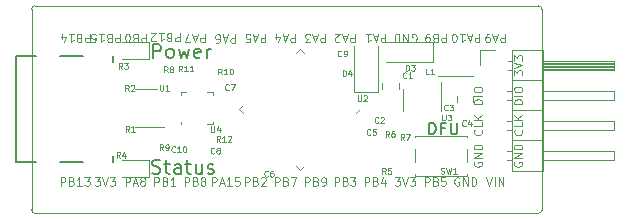
<source format=gto>
G04 #@! TF.GenerationSoftware,KiCad,Pcbnew,5.0.1*
G04 #@! TF.CreationDate,2019-10-17T01:22:15+02:00*
G04 #@! TF.ProjectId,OtterPill,4F7474657250696C6C2E6B696361645F,rev?*
G04 #@! TF.SameCoordinates,Original*
G04 #@! TF.FileFunction,Legend,Top*
G04 #@! TF.FilePolarity,Positive*
%FSLAX46Y46*%
G04 Gerber Fmt 4.6, Leading zero omitted, Abs format (unit mm)*
G04 Created by KiCad (PCBNEW 5.0.1) date Thu 17 Oct 2019 01:22:15 AM CEST*
%MOMM*%
%LPD*%
G01*
G04 APERTURE LIST*
%ADD10C,0.100000*%
%ADD11C,0.150000*%
%ADD12C,0.050000*%
%ADD13C,0.120000*%
G04 APERTURE END LIST*
D10*
X29691666Y-22183333D02*
X29691666Y-22883333D01*
X29425000Y-22883333D01*
X29358333Y-22850000D01*
X29325000Y-22816666D01*
X29291666Y-22750000D01*
X29291666Y-22650000D01*
X29325000Y-22583333D01*
X29358333Y-22550000D01*
X29425000Y-22516666D01*
X29691666Y-22516666D01*
X28758333Y-22550000D02*
X28658333Y-22516666D01*
X28625000Y-22483333D01*
X28591666Y-22416666D01*
X28591666Y-22316666D01*
X28625000Y-22250000D01*
X28658333Y-22216666D01*
X28725000Y-22183333D01*
X28991666Y-22183333D01*
X28991666Y-22883333D01*
X28758333Y-22883333D01*
X28691666Y-22850000D01*
X28658333Y-22816666D01*
X28625000Y-22750000D01*
X28625000Y-22683333D01*
X28658333Y-22616666D01*
X28691666Y-22583333D01*
X28758333Y-22550000D01*
X28991666Y-22550000D01*
X28158333Y-22883333D02*
X28091666Y-22883333D01*
X28025000Y-22850000D01*
X27991666Y-22816666D01*
X27958333Y-22750000D01*
X27925000Y-22616666D01*
X27925000Y-22450000D01*
X27958333Y-22316666D01*
X27991666Y-22250000D01*
X28025000Y-22216666D01*
X28091666Y-22183333D01*
X28158333Y-22183333D01*
X28225000Y-22216666D01*
X28258333Y-22250000D01*
X28291666Y-22316666D01*
X28325000Y-22450000D01*
X28325000Y-22616666D01*
X28291666Y-22750000D01*
X28258333Y-22816666D01*
X28225000Y-22850000D01*
X28158333Y-22883333D01*
X24925000Y-22183333D02*
X24925000Y-22883333D01*
X24658333Y-22883333D01*
X24591666Y-22850000D01*
X24558333Y-22816666D01*
X24525000Y-22750000D01*
X24525000Y-22650000D01*
X24558333Y-22583333D01*
X24591666Y-22550000D01*
X24658333Y-22516666D01*
X24925000Y-22516666D01*
X23991666Y-22550000D02*
X23891666Y-22516666D01*
X23858333Y-22483333D01*
X23825000Y-22416666D01*
X23825000Y-22316666D01*
X23858333Y-22250000D01*
X23891666Y-22216666D01*
X23958333Y-22183333D01*
X24225000Y-22183333D01*
X24225000Y-22883333D01*
X23991666Y-22883333D01*
X23925000Y-22850000D01*
X23891666Y-22816666D01*
X23858333Y-22750000D01*
X23858333Y-22683333D01*
X23891666Y-22616666D01*
X23925000Y-22583333D01*
X23991666Y-22550000D01*
X24225000Y-22550000D01*
X23158333Y-22183333D02*
X23558333Y-22183333D01*
X23358333Y-22183333D02*
X23358333Y-22883333D01*
X23425000Y-22783333D01*
X23491666Y-22716666D01*
X23558333Y-22683333D01*
X22558333Y-22650000D02*
X22558333Y-22183333D01*
X22725000Y-22916666D02*
X22891666Y-22416666D01*
X22458333Y-22416666D01*
X27475000Y-22183333D02*
X27475000Y-22883333D01*
X27208333Y-22883333D01*
X27141666Y-22850000D01*
X27108333Y-22816666D01*
X27075000Y-22750000D01*
X27075000Y-22650000D01*
X27108333Y-22583333D01*
X27141666Y-22550000D01*
X27208333Y-22516666D01*
X27475000Y-22516666D01*
X26541666Y-22550000D02*
X26441666Y-22516666D01*
X26408333Y-22483333D01*
X26375000Y-22416666D01*
X26375000Y-22316666D01*
X26408333Y-22250000D01*
X26441666Y-22216666D01*
X26508333Y-22183333D01*
X26775000Y-22183333D01*
X26775000Y-22883333D01*
X26541666Y-22883333D01*
X26475000Y-22850000D01*
X26441666Y-22816666D01*
X26408333Y-22750000D01*
X26408333Y-22683333D01*
X26441666Y-22616666D01*
X26475000Y-22583333D01*
X26541666Y-22550000D01*
X26775000Y-22550000D01*
X25708333Y-22183333D02*
X26108333Y-22183333D01*
X25908333Y-22183333D02*
X25908333Y-22883333D01*
X25975000Y-22783333D01*
X26041666Y-22716666D01*
X26108333Y-22683333D01*
X25075000Y-22883333D02*
X25408333Y-22883333D01*
X25441666Y-22550000D01*
X25408333Y-22583333D01*
X25341666Y-22616666D01*
X25175000Y-22616666D01*
X25108333Y-22583333D01*
X25075000Y-22550000D01*
X25041666Y-22483333D01*
X25041666Y-22316666D01*
X25075000Y-22250000D01*
X25108333Y-22216666D01*
X25175000Y-22183333D01*
X25341666Y-22183333D01*
X25408333Y-22216666D01*
X25441666Y-22250000D01*
X32550000Y-22133333D02*
X32550000Y-22833333D01*
X32283333Y-22833333D01*
X32216666Y-22800000D01*
X32183333Y-22766666D01*
X32150000Y-22700000D01*
X32150000Y-22600000D01*
X32183333Y-22533333D01*
X32216666Y-22500000D01*
X32283333Y-22466666D01*
X32550000Y-22466666D01*
X31616666Y-22500000D02*
X31516666Y-22466666D01*
X31483333Y-22433333D01*
X31450000Y-22366666D01*
X31450000Y-22266666D01*
X31483333Y-22200000D01*
X31516666Y-22166666D01*
X31583333Y-22133333D01*
X31850000Y-22133333D01*
X31850000Y-22833333D01*
X31616666Y-22833333D01*
X31550000Y-22800000D01*
X31516666Y-22766666D01*
X31483333Y-22700000D01*
X31483333Y-22633333D01*
X31516666Y-22566666D01*
X31550000Y-22533333D01*
X31616666Y-22500000D01*
X31850000Y-22500000D01*
X30783333Y-22133333D02*
X31183333Y-22133333D01*
X30983333Y-22133333D02*
X30983333Y-22833333D01*
X31050000Y-22733333D01*
X31116666Y-22666666D01*
X31183333Y-22633333D01*
X30516666Y-22766666D02*
X30483333Y-22800000D01*
X30416666Y-22833333D01*
X30250000Y-22833333D01*
X30183333Y-22800000D01*
X30150000Y-22766666D01*
X30116666Y-22700000D01*
X30116666Y-22633333D01*
X30150000Y-22533333D01*
X30550000Y-22133333D01*
X30116666Y-22133333D01*
X34666666Y-22183333D02*
X34666666Y-22883333D01*
X34400000Y-22883333D01*
X34333333Y-22850000D01*
X34300000Y-22816666D01*
X34266666Y-22750000D01*
X34266666Y-22650000D01*
X34300000Y-22583333D01*
X34333333Y-22550000D01*
X34400000Y-22516666D01*
X34666666Y-22516666D01*
X34000000Y-22383333D02*
X33666666Y-22383333D01*
X34066666Y-22183333D02*
X33833333Y-22883333D01*
X33600000Y-22183333D01*
X33433333Y-22883333D02*
X32966666Y-22883333D01*
X33266666Y-22183333D01*
X37241666Y-22233333D02*
X37241666Y-22933333D01*
X36975000Y-22933333D01*
X36908333Y-22900000D01*
X36875000Y-22866666D01*
X36841666Y-22800000D01*
X36841666Y-22700000D01*
X36875000Y-22633333D01*
X36908333Y-22600000D01*
X36975000Y-22566666D01*
X37241666Y-22566666D01*
X36575000Y-22433333D02*
X36241666Y-22433333D01*
X36641666Y-22233333D02*
X36408333Y-22933333D01*
X36175000Y-22233333D01*
X35641666Y-22933333D02*
X35775000Y-22933333D01*
X35841666Y-22900000D01*
X35875000Y-22866666D01*
X35941666Y-22766666D01*
X35975000Y-22633333D01*
X35975000Y-22366666D01*
X35941666Y-22300000D01*
X35908333Y-22266666D01*
X35841666Y-22233333D01*
X35708333Y-22233333D01*
X35641666Y-22266666D01*
X35608333Y-22300000D01*
X35575000Y-22366666D01*
X35575000Y-22533333D01*
X35608333Y-22600000D01*
X35641666Y-22633333D01*
X35708333Y-22666666D01*
X35841666Y-22666666D01*
X35908333Y-22633333D01*
X35941666Y-22600000D01*
X35975000Y-22533333D01*
X39791666Y-22183333D02*
X39791666Y-22883333D01*
X39525000Y-22883333D01*
X39458333Y-22850000D01*
X39425000Y-22816666D01*
X39391666Y-22750000D01*
X39391666Y-22650000D01*
X39425000Y-22583333D01*
X39458333Y-22550000D01*
X39525000Y-22516666D01*
X39791666Y-22516666D01*
X39125000Y-22383333D02*
X38791666Y-22383333D01*
X39191666Y-22183333D02*
X38958333Y-22883333D01*
X38725000Y-22183333D01*
X38158333Y-22883333D02*
X38491666Y-22883333D01*
X38525000Y-22550000D01*
X38491666Y-22583333D01*
X38425000Y-22616666D01*
X38258333Y-22616666D01*
X38191666Y-22583333D01*
X38158333Y-22550000D01*
X38125000Y-22483333D01*
X38125000Y-22316666D01*
X38158333Y-22250000D01*
X38191666Y-22216666D01*
X38258333Y-22183333D01*
X38425000Y-22183333D01*
X38491666Y-22216666D01*
X38525000Y-22250000D01*
X42316666Y-22183333D02*
X42316666Y-22883333D01*
X42050000Y-22883333D01*
X41983333Y-22850000D01*
X41950000Y-22816666D01*
X41916666Y-22750000D01*
X41916666Y-22650000D01*
X41950000Y-22583333D01*
X41983333Y-22550000D01*
X42050000Y-22516666D01*
X42316666Y-22516666D01*
X41650000Y-22383333D02*
X41316666Y-22383333D01*
X41716666Y-22183333D02*
X41483333Y-22883333D01*
X41250000Y-22183333D01*
X40716666Y-22650000D02*
X40716666Y-22183333D01*
X40883333Y-22916666D02*
X41050000Y-22416666D01*
X40616666Y-22416666D01*
X44841666Y-22183333D02*
X44841666Y-22883333D01*
X44575000Y-22883333D01*
X44508333Y-22850000D01*
X44475000Y-22816666D01*
X44441666Y-22750000D01*
X44441666Y-22650000D01*
X44475000Y-22583333D01*
X44508333Y-22550000D01*
X44575000Y-22516666D01*
X44841666Y-22516666D01*
X44175000Y-22383333D02*
X43841666Y-22383333D01*
X44241666Y-22183333D02*
X44008333Y-22883333D01*
X43775000Y-22183333D01*
X43608333Y-22883333D02*
X43175000Y-22883333D01*
X43408333Y-22616666D01*
X43308333Y-22616666D01*
X43241666Y-22583333D01*
X43208333Y-22550000D01*
X43175000Y-22483333D01*
X43175000Y-22316666D01*
X43208333Y-22250000D01*
X43241666Y-22216666D01*
X43308333Y-22183333D01*
X43508333Y-22183333D01*
X43575000Y-22216666D01*
X43608333Y-22250000D01*
X47366666Y-22183333D02*
X47366666Y-22883333D01*
X47100000Y-22883333D01*
X47033333Y-22850000D01*
X47000000Y-22816666D01*
X46966666Y-22750000D01*
X46966666Y-22650000D01*
X47000000Y-22583333D01*
X47033333Y-22550000D01*
X47100000Y-22516666D01*
X47366666Y-22516666D01*
X46700000Y-22383333D02*
X46366666Y-22383333D01*
X46766666Y-22183333D02*
X46533333Y-22883333D01*
X46300000Y-22183333D01*
X46100000Y-22816666D02*
X46066666Y-22850000D01*
X46000000Y-22883333D01*
X45833333Y-22883333D01*
X45766666Y-22850000D01*
X45733333Y-22816666D01*
X45700000Y-22750000D01*
X45700000Y-22683333D01*
X45733333Y-22583333D01*
X46133333Y-22183333D01*
X45700000Y-22183333D01*
X49966666Y-22183333D02*
X49966666Y-22883333D01*
X49700000Y-22883333D01*
X49633333Y-22850000D01*
X49600000Y-22816666D01*
X49566666Y-22750000D01*
X49566666Y-22650000D01*
X49600000Y-22583333D01*
X49633333Y-22550000D01*
X49700000Y-22516666D01*
X49966666Y-22516666D01*
X49300000Y-22383333D02*
X48966666Y-22383333D01*
X49366666Y-22183333D02*
X49133333Y-22883333D01*
X48900000Y-22183333D01*
X48300000Y-22183333D02*
X48700000Y-22183333D01*
X48500000Y-22183333D02*
X48500000Y-22883333D01*
X48566666Y-22783333D01*
X48633333Y-22716666D01*
X48700000Y-22683333D01*
X52208333Y-22850000D02*
X52275000Y-22883333D01*
X52375000Y-22883333D01*
X52475000Y-22850000D01*
X52541666Y-22783333D01*
X52575000Y-22716666D01*
X52608333Y-22583333D01*
X52608333Y-22483333D01*
X52575000Y-22350000D01*
X52541666Y-22283333D01*
X52475000Y-22216666D01*
X52375000Y-22183333D01*
X52308333Y-22183333D01*
X52208333Y-22216666D01*
X52175000Y-22250000D01*
X52175000Y-22483333D01*
X52308333Y-22483333D01*
X51875000Y-22183333D02*
X51875000Y-22883333D01*
X51475000Y-22183333D01*
X51475000Y-22883333D01*
X51141666Y-22183333D02*
X51141666Y-22883333D01*
X50975000Y-22883333D01*
X50875000Y-22850000D01*
X50808333Y-22783333D01*
X50775000Y-22716666D01*
X50741666Y-22583333D01*
X50741666Y-22483333D01*
X50775000Y-22350000D01*
X50808333Y-22283333D01*
X50875000Y-22216666D01*
X50975000Y-22183333D01*
X51141666Y-22183333D01*
X55091666Y-22183333D02*
X55091666Y-22883333D01*
X54825000Y-22883333D01*
X54758333Y-22850000D01*
X54725000Y-22816666D01*
X54691666Y-22750000D01*
X54691666Y-22650000D01*
X54725000Y-22583333D01*
X54758333Y-22550000D01*
X54825000Y-22516666D01*
X55091666Y-22516666D01*
X54158333Y-22550000D02*
X54058333Y-22516666D01*
X54025000Y-22483333D01*
X53991666Y-22416666D01*
X53991666Y-22316666D01*
X54025000Y-22250000D01*
X54058333Y-22216666D01*
X54125000Y-22183333D01*
X54391666Y-22183333D01*
X54391666Y-22883333D01*
X54158333Y-22883333D01*
X54091666Y-22850000D01*
X54058333Y-22816666D01*
X54025000Y-22750000D01*
X54025000Y-22683333D01*
X54058333Y-22616666D01*
X54091666Y-22583333D01*
X54158333Y-22550000D01*
X54391666Y-22550000D01*
X53658333Y-22183333D02*
X53525000Y-22183333D01*
X53458333Y-22216666D01*
X53425000Y-22250000D01*
X53358333Y-22350000D01*
X53325000Y-22483333D01*
X53325000Y-22750000D01*
X53358333Y-22816666D01*
X53391666Y-22850000D01*
X53458333Y-22883333D01*
X53591666Y-22883333D01*
X53658333Y-22850000D01*
X53691666Y-22816666D01*
X53725000Y-22750000D01*
X53725000Y-22583333D01*
X53691666Y-22516666D01*
X53658333Y-22483333D01*
X53591666Y-22450000D01*
X53458333Y-22450000D01*
X53391666Y-22483333D01*
X53358333Y-22516666D01*
X53325000Y-22583333D01*
X57925000Y-22183333D02*
X57925000Y-22883333D01*
X57658333Y-22883333D01*
X57591666Y-22850000D01*
X57558333Y-22816666D01*
X57525000Y-22750000D01*
X57525000Y-22650000D01*
X57558333Y-22583333D01*
X57591666Y-22550000D01*
X57658333Y-22516666D01*
X57925000Y-22516666D01*
X57258333Y-22383333D02*
X56925000Y-22383333D01*
X57325000Y-22183333D02*
X57091666Y-22883333D01*
X56858333Y-22183333D01*
X56258333Y-22183333D02*
X56658333Y-22183333D01*
X56458333Y-22183333D02*
X56458333Y-22883333D01*
X56525000Y-22783333D01*
X56591666Y-22716666D01*
X56658333Y-22683333D01*
X55825000Y-22883333D02*
X55758333Y-22883333D01*
X55691666Y-22850000D01*
X55658333Y-22816666D01*
X55625000Y-22750000D01*
X55591666Y-22616666D01*
X55591666Y-22450000D01*
X55625000Y-22316666D01*
X55658333Y-22250000D01*
X55691666Y-22216666D01*
X55758333Y-22183333D01*
X55825000Y-22183333D01*
X55891666Y-22216666D01*
X55925000Y-22250000D01*
X55958333Y-22316666D01*
X55991666Y-22450000D01*
X55991666Y-22616666D01*
X55958333Y-22750000D01*
X55925000Y-22816666D01*
X55891666Y-22850000D01*
X55825000Y-22883333D01*
X60091666Y-22183333D02*
X60091666Y-22883333D01*
X59825000Y-22883333D01*
X59758333Y-22850000D01*
X59725000Y-22816666D01*
X59691666Y-22750000D01*
X59691666Y-22650000D01*
X59725000Y-22583333D01*
X59758333Y-22550000D01*
X59825000Y-22516666D01*
X60091666Y-22516666D01*
X59425000Y-22383333D02*
X59091666Y-22383333D01*
X59491666Y-22183333D02*
X59258333Y-22883333D01*
X59025000Y-22183333D01*
X58758333Y-22183333D02*
X58625000Y-22183333D01*
X58558333Y-22216666D01*
X58525000Y-22250000D01*
X58458333Y-22350000D01*
X58425000Y-22483333D01*
X58425000Y-22750000D01*
X58458333Y-22816666D01*
X58491666Y-22850000D01*
X58558333Y-22883333D01*
X58691666Y-22883333D01*
X58758333Y-22850000D01*
X58791666Y-22816666D01*
X58825000Y-22750000D01*
X58825000Y-22583333D01*
X58791666Y-22516666D01*
X58758333Y-22483333D01*
X58691666Y-22450000D01*
X58558333Y-22450000D01*
X58491666Y-22483333D01*
X58458333Y-22516666D01*
X58425000Y-22583333D01*
X58508333Y-34341666D02*
X58741666Y-35041666D01*
X58975000Y-34341666D01*
X59208333Y-35041666D02*
X59208333Y-34341666D01*
X59541666Y-35041666D02*
X59541666Y-34341666D01*
X59941666Y-35041666D01*
X59941666Y-34341666D01*
X56191666Y-34375000D02*
X56125000Y-34341666D01*
X56025000Y-34341666D01*
X55925000Y-34375000D01*
X55858333Y-34441666D01*
X55825000Y-34508333D01*
X55791666Y-34641666D01*
X55791666Y-34741666D01*
X55825000Y-34875000D01*
X55858333Y-34941666D01*
X55925000Y-35008333D01*
X56025000Y-35041666D01*
X56091666Y-35041666D01*
X56191666Y-35008333D01*
X56225000Y-34975000D01*
X56225000Y-34741666D01*
X56091666Y-34741666D01*
X56525000Y-35041666D02*
X56525000Y-34341666D01*
X56925000Y-35041666D01*
X56925000Y-34341666D01*
X57258333Y-35041666D02*
X57258333Y-34341666D01*
X57425000Y-34341666D01*
X57525000Y-34375000D01*
X57591666Y-34441666D01*
X57625000Y-34508333D01*
X57658333Y-34641666D01*
X57658333Y-34741666D01*
X57625000Y-34875000D01*
X57591666Y-34941666D01*
X57525000Y-35008333D01*
X57425000Y-35041666D01*
X57258333Y-35041666D01*
X53308333Y-35041666D02*
X53308333Y-34341666D01*
X53575000Y-34341666D01*
X53641666Y-34375000D01*
X53675000Y-34408333D01*
X53708333Y-34475000D01*
X53708333Y-34575000D01*
X53675000Y-34641666D01*
X53641666Y-34675000D01*
X53575000Y-34708333D01*
X53308333Y-34708333D01*
X54241666Y-34675000D02*
X54341666Y-34708333D01*
X54375000Y-34741666D01*
X54408333Y-34808333D01*
X54408333Y-34908333D01*
X54375000Y-34975000D01*
X54341666Y-35008333D01*
X54275000Y-35041666D01*
X54008333Y-35041666D01*
X54008333Y-34341666D01*
X54241666Y-34341666D01*
X54308333Y-34375000D01*
X54341666Y-34408333D01*
X54375000Y-34475000D01*
X54375000Y-34541666D01*
X54341666Y-34608333D01*
X54308333Y-34641666D01*
X54241666Y-34675000D01*
X54008333Y-34675000D01*
X55041666Y-34341666D02*
X54708333Y-34341666D01*
X54675000Y-34675000D01*
X54708333Y-34641666D01*
X54775000Y-34608333D01*
X54941666Y-34608333D01*
X55008333Y-34641666D01*
X55041666Y-34675000D01*
X55075000Y-34741666D01*
X55075000Y-34908333D01*
X55041666Y-34975000D01*
X55008333Y-35008333D01*
X54941666Y-35041666D01*
X54775000Y-35041666D01*
X54708333Y-35008333D01*
X54675000Y-34975000D01*
X50758333Y-34341666D02*
X51191666Y-34341666D01*
X50958333Y-34608333D01*
X51058333Y-34608333D01*
X51125000Y-34641666D01*
X51158333Y-34675000D01*
X51191666Y-34741666D01*
X51191666Y-34908333D01*
X51158333Y-34975000D01*
X51125000Y-35008333D01*
X51058333Y-35041666D01*
X50858333Y-35041666D01*
X50791666Y-35008333D01*
X50758333Y-34975000D01*
X51391666Y-34341666D02*
X51625000Y-35041666D01*
X51858333Y-34341666D01*
X52025000Y-34341666D02*
X52458333Y-34341666D01*
X52225000Y-34608333D01*
X52325000Y-34608333D01*
X52391666Y-34641666D01*
X52425000Y-34675000D01*
X52458333Y-34741666D01*
X52458333Y-34908333D01*
X52425000Y-34975000D01*
X52391666Y-35008333D01*
X52325000Y-35041666D01*
X52125000Y-35041666D01*
X52058333Y-35008333D01*
X52025000Y-34975000D01*
X48208333Y-35041666D02*
X48208333Y-34341666D01*
X48475000Y-34341666D01*
X48541666Y-34375000D01*
X48575000Y-34408333D01*
X48608333Y-34475000D01*
X48608333Y-34575000D01*
X48575000Y-34641666D01*
X48541666Y-34675000D01*
X48475000Y-34708333D01*
X48208333Y-34708333D01*
X49141666Y-34675000D02*
X49241666Y-34708333D01*
X49275000Y-34741666D01*
X49308333Y-34808333D01*
X49308333Y-34908333D01*
X49275000Y-34975000D01*
X49241666Y-35008333D01*
X49175000Y-35041666D01*
X48908333Y-35041666D01*
X48908333Y-34341666D01*
X49141666Y-34341666D01*
X49208333Y-34375000D01*
X49241666Y-34408333D01*
X49275000Y-34475000D01*
X49275000Y-34541666D01*
X49241666Y-34608333D01*
X49208333Y-34641666D01*
X49141666Y-34675000D01*
X48908333Y-34675000D01*
X49908333Y-34575000D02*
X49908333Y-35041666D01*
X49741666Y-34308333D02*
X49575000Y-34808333D01*
X50008333Y-34808333D01*
X45658333Y-35041666D02*
X45658333Y-34341666D01*
X45925000Y-34341666D01*
X45991666Y-34375000D01*
X46025000Y-34408333D01*
X46058333Y-34475000D01*
X46058333Y-34575000D01*
X46025000Y-34641666D01*
X45991666Y-34675000D01*
X45925000Y-34708333D01*
X45658333Y-34708333D01*
X46591666Y-34675000D02*
X46691666Y-34708333D01*
X46725000Y-34741666D01*
X46758333Y-34808333D01*
X46758333Y-34908333D01*
X46725000Y-34975000D01*
X46691666Y-35008333D01*
X46625000Y-35041666D01*
X46358333Y-35041666D01*
X46358333Y-34341666D01*
X46591666Y-34341666D01*
X46658333Y-34375000D01*
X46691666Y-34408333D01*
X46725000Y-34475000D01*
X46725000Y-34541666D01*
X46691666Y-34608333D01*
X46658333Y-34641666D01*
X46591666Y-34675000D01*
X46358333Y-34675000D01*
X46991666Y-34341666D02*
X47425000Y-34341666D01*
X47191666Y-34608333D01*
X47291666Y-34608333D01*
X47358333Y-34641666D01*
X47391666Y-34675000D01*
X47425000Y-34741666D01*
X47425000Y-34908333D01*
X47391666Y-34975000D01*
X47358333Y-35008333D01*
X47291666Y-35041666D01*
X47091666Y-35041666D01*
X47025000Y-35008333D01*
X46991666Y-34975000D01*
X43158333Y-35041666D02*
X43158333Y-34341666D01*
X43425000Y-34341666D01*
X43491666Y-34375000D01*
X43525000Y-34408333D01*
X43558333Y-34475000D01*
X43558333Y-34575000D01*
X43525000Y-34641666D01*
X43491666Y-34675000D01*
X43425000Y-34708333D01*
X43158333Y-34708333D01*
X44091666Y-34675000D02*
X44191666Y-34708333D01*
X44225000Y-34741666D01*
X44258333Y-34808333D01*
X44258333Y-34908333D01*
X44225000Y-34975000D01*
X44191666Y-35008333D01*
X44125000Y-35041666D01*
X43858333Y-35041666D01*
X43858333Y-34341666D01*
X44091666Y-34341666D01*
X44158333Y-34375000D01*
X44191666Y-34408333D01*
X44225000Y-34475000D01*
X44225000Y-34541666D01*
X44191666Y-34608333D01*
X44158333Y-34641666D01*
X44091666Y-34675000D01*
X43858333Y-34675000D01*
X44591666Y-35041666D02*
X44725000Y-35041666D01*
X44791666Y-35008333D01*
X44825000Y-34975000D01*
X44891666Y-34875000D01*
X44925000Y-34741666D01*
X44925000Y-34475000D01*
X44891666Y-34408333D01*
X44858333Y-34375000D01*
X44791666Y-34341666D01*
X44658333Y-34341666D01*
X44591666Y-34375000D01*
X44558333Y-34408333D01*
X44525000Y-34475000D01*
X44525000Y-34641666D01*
X44558333Y-34708333D01*
X44591666Y-34741666D01*
X44658333Y-34775000D01*
X44791666Y-34775000D01*
X44858333Y-34741666D01*
X44891666Y-34708333D01*
X44925000Y-34641666D01*
X40608333Y-35041666D02*
X40608333Y-34341666D01*
X40875000Y-34341666D01*
X40941666Y-34375000D01*
X40975000Y-34408333D01*
X41008333Y-34475000D01*
X41008333Y-34575000D01*
X40975000Y-34641666D01*
X40941666Y-34675000D01*
X40875000Y-34708333D01*
X40608333Y-34708333D01*
X41541666Y-34675000D02*
X41641666Y-34708333D01*
X41675000Y-34741666D01*
X41708333Y-34808333D01*
X41708333Y-34908333D01*
X41675000Y-34975000D01*
X41641666Y-35008333D01*
X41575000Y-35041666D01*
X41308333Y-35041666D01*
X41308333Y-34341666D01*
X41541666Y-34341666D01*
X41608333Y-34375000D01*
X41641666Y-34408333D01*
X41675000Y-34475000D01*
X41675000Y-34541666D01*
X41641666Y-34608333D01*
X41608333Y-34641666D01*
X41541666Y-34675000D01*
X41308333Y-34675000D01*
X41941666Y-34341666D02*
X42408333Y-34341666D01*
X42108333Y-35041666D01*
X38058333Y-35041666D02*
X38058333Y-34341666D01*
X38325000Y-34341666D01*
X38391666Y-34375000D01*
X38425000Y-34408333D01*
X38458333Y-34475000D01*
X38458333Y-34575000D01*
X38425000Y-34641666D01*
X38391666Y-34675000D01*
X38325000Y-34708333D01*
X38058333Y-34708333D01*
X38991666Y-34675000D02*
X39091666Y-34708333D01*
X39125000Y-34741666D01*
X39158333Y-34808333D01*
X39158333Y-34908333D01*
X39125000Y-34975000D01*
X39091666Y-35008333D01*
X39025000Y-35041666D01*
X38758333Y-35041666D01*
X38758333Y-34341666D01*
X38991666Y-34341666D01*
X39058333Y-34375000D01*
X39091666Y-34408333D01*
X39125000Y-34475000D01*
X39125000Y-34541666D01*
X39091666Y-34608333D01*
X39058333Y-34641666D01*
X38991666Y-34675000D01*
X38758333Y-34675000D01*
X39425000Y-34408333D02*
X39458333Y-34375000D01*
X39525000Y-34341666D01*
X39691666Y-34341666D01*
X39758333Y-34375000D01*
X39791666Y-34408333D01*
X39825000Y-34475000D01*
X39825000Y-34541666D01*
X39791666Y-34641666D01*
X39391666Y-35041666D01*
X39825000Y-35041666D01*
X35275000Y-35041666D02*
X35275000Y-34341666D01*
X35541666Y-34341666D01*
X35608333Y-34375000D01*
X35641666Y-34408333D01*
X35675000Y-34475000D01*
X35675000Y-34575000D01*
X35641666Y-34641666D01*
X35608333Y-34675000D01*
X35541666Y-34708333D01*
X35275000Y-34708333D01*
X35941666Y-34841666D02*
X36275000Y-34841666D01*
X35875000Y-35041666D02*
X36108333Y-34341666D01*
X36341666Y-35041666D01*
X36941666Y-35041666D02*
X36541666Y-35041666D01*
X36741666Y-35041666D02*
X36741666Y-34341666D01*
X36675000Y-34441666D01*
X36608333Y-34508333D01*
X36541666Y-34541666D01*
X37575000Y-34341666D02*
X37241666Y-34341666D01*
X37208333Y-34675000D01*
X37241666Y-34641666D01*
X37308333Y-34608333D01*
X37475000Y-34608333D01*
X37541666Y-34641666D01*
X37575000Y-34675000D01*
X37608333Y-34741666D01*
X37608333Y-34908333D01*
X37575000Y-34975000D01*
X37541666Y-35008333D01*
X37475000Y-35041666D01*
X37308333Y-35041666D01*
X37241666Y-35008333D01*
X37208333Y-34975000D01*
X32958333Y-35041666D02*
X32958333Y-34341666D01*
X33225000Y-34341666D01*
X33291666Y-34375000D01*
X33325000Y-34408333D01*
X33358333Y-34475000D01*
X33358333Y-34575000D01*
X33325000Y-34641666D01*
X33291666Y-34675000D01*
X33225000Y-34708333D01*
X32958333Y-34708333D01*
X33891666Y-34675000D02*
X33991666Y-34708333D01*
X34025000Y-34741666D01*
X34058333Y-34808333D01*
X34058333Y-34908333D01*
X34025000Y-34975000D01*
X33991666Y-35008333D01*
X33925000Y-35041666D01*
X33658333Y-35041666D01*
X33658333Y-34341666D01*
X33891666Y-34341666D01*
X33958333Y-34375000D01*
X33991666Y-34408333D01*
X34025000Y-34475000D01*
X34025000Y-34541666D01*
X33991666Y-34608333D01*
X33958333Y-34641666D01*
X33891666Y-34675000D01*
X33658333Y-34675000D01*
X34458333Y-34641666D02*
X34391666Y-34608333D01*
X34358333Y-34575000D01*
X34325000Y-34508333D01*
X34325000Y-34475000D01*
X34358333Y-34408333D01*
X34391666Y-34375000D01*
X34458333Y-34341666D01*
X34591666Y-34341666D01*
X34658333Y-34375000D01*
X34691666Y-34408333D01*
X34725000Y-34475000D01*
X34725000Y-34508333D01*
X34691666Y-34575000D01*
X34658333Y-34608333D01*
X34591666Y-34641666D01*
X34458333Y-34641666D01*
X34391666Y-34675000D01*
X34358333Y-34708333D01*
X34325000Y-34775000D01*
X34325000Y-34908333D01*
X34358333Y-34975000D01*
X34391666Y-35008333D01*
X34458333Y-35041666D01*
X34591666Y-35041666D01*
X34658333Y-35008333D01*
X34691666Y-34975000D01*
X34725000Y-34908333D01*
X34725000Y-34775000D01*
X34691666Y-34708333D01*
X34658333Y-34675000D01*
X34591666Y-34641666D01*
X30408333Y-35041666D02*
X30408333Y-34341666D01*
X30675000Y-34341666D01*
X30741666Y-34375000D01*
X30775000Y-34408333D01*
X30808333Y-34475000D01*
X30808333Y-34575000D01*
X30775000Y-34641666D01*
X30741666Y-34675000D01*
X30675000Y-34708333D01*
X30408333Y-34708333D01*
X31341666Y-34675000D02*
X31441666Y-34708333D01*
X31475000Y-34741666D01*
X31508333Y-34808333D01*
X31508333Y-34908333D01*
X31475000Y-34975000D01*
X31441666Y-35008333D01*
X31375000Y-35041666D01*
X31108333Y-35041666D01*
X31108333Y-34341666D01*
X31341666Y-34341666D01*
X31408333Y-34375000D01*
X31441666Y-34408333D01*
X31475000Y-34475000D01*
X31475000Y-34541666D01*
X31441666Y-34608333D01*
X31408333Y-34641666D01*
X31341666Y-34675000D01*
X31108333Y-34675000D01*
X32175000Y-35041666D02*
X31775000Y-35041666D01*
X31975000Y-35041666D02*
X31975000Y-34341666D01*
X31908333Y-34441666D01*
X31841666Y-34508333D01*
X31775000Y-34541666D01*
X27958333Y-35041666D02*
X27958333Y-34341666D01*
X28225000Y-34341666D01*
X28291666Y-34375000D01*
X28325000Y-34408333D01*
X28358333Y-34475000D01*
X28358333Y-34575000D01*
X28325000Y-34641666D01*
X28291666Y-34675000D01*
X28225000Y-34708333D01*
X27958333Y-34708333D01*
X28625000Y-34841666D02*
X28958333Y-34841666D01*
X28558333Y-35041666D02*
X28791666Y-34341666D01*
X29025000Y-35041666D01*
X29358333Y-34641666D02*
X29291666Y-34608333D01*
X29258333Y-34575000D01*
X29225000Y-34508333D01*
X29225000Y-34475000D01*
X29258333Y-34408333D01*
X29291666Y-34375000D01*
X29358333Y-34341666D01*
X29491666Y-34341666D01*
X29558333Y-34375000D01*
X29591666Y-34408333D01*
X29625000Y-34475000D01*
X29625000Y-34508333D01*
X29591666Y-34575000D01*
X29558333Y-34608333D01*
X29491666Y-34641666D01*
X29358333Y-34641666D01*
X29291666Y-34675000D01*
X29258333Y-34708333D01*
X29225000Y-34775000D01*
X29225000Y-34908333D01*
X29258333Y-34975000D01*
X29291666Y-35008333D01*
X29358333Y-35041666D01*
X29491666Y-35041666D01*
X29558333Y-35008333D01*
X29591666Y-34975000D01*
X29625000Y-34908333D01*
X29625000Y-34775000D01*
X29591666Y-34708333D01*
X29558333Y-34675000D01*
X29491666Y-34641666D01*
X22475000Y-35041666D02*
X22475000Y-34341666D01*
X22741666Y-34341666D01*
X22808333Y-34375000D01*
X22841666Y-34408333D01*
X22875000Y-34475000D01*
X22875000Y-34575000D01*
X22841666Y-34641666D01*
X22808333Y-34675000D01*
X22741666Y-34708333D01*
X22475000Y-34708333D01*
X23408333Y-34675000D02*
X23508333Y-34708333D01*
X23541666Y-34741666D01*
X23575000Y-34808333D01*
X23575000Y-34908333D01*
X23541666Y-34975000D01*
X23508333Y-35008333D01*
X23441666Y-35041666D01*
X23175000Y-35041666D01*
X23175000Y-34341666D01*
X23408333Y-34341666D01*
X23475000Y-34375000D01*
X23508333Y-34408333D01*
X23541666Y-34475000D01*
X23541666Y-34541666D01*
X23508333Y-34608333D01*
X23475000Y-34641666D01*
X23408333Y-34675000D01*
X23175000Y-34675000D01*
X24241666Y-35041666D02*
X23841666Y-35041666D01*
X24041666Y-35041666D02*
X24041666Y-34341666D01*
X23975000Y-34441666D01*
X23908333Y-34508333D01*
X23841666Y-34541666D01*
X24475000Y-34341666D02*
X24908333Y-34341666D01*
X24675000Y-34608333D01*
X24775000Y-34608333D01*
X24841666Y-34641666D01*
X24875000Y-34675000D01*
X24908333Y-34741666D01*
X24908333Y-34908333D01*
X24875000Y-34975000D01*
X24841666Y-35008333D01*
X24775000Y-35041666D01*
X24575000Y-35041666D01*
X24508333Y-35008333D01*
X24475000Y-34975000D01*
X25358333Y-34341666D02*
X25791666Y-34341666D01*
X25558333Y-34608333D01*
X25658333Y-34608333D01*
X25725000Y-34641666D01*
X25758333Y-34675000D01*
X25791666Y-34741666D01*
X25791666Y-34908333D01*
X25758333Y-34975000D01*
X25725000Y-35008333D01*
X25658333Y-35041666D01*
X25458333Y-35041666D01*
X25391666Y-35008333D01*
X25358333Y-34975000D01*
X25991666Y-34341666D02*
X26225000Y-35041666D01*
X26458333Y-34341666D01*
X26625000Y-34341666D02*
X27058333Y-34341666D01*
X26825000Y-34608333D01*
X26925000Y-34608333D01*
X26991666Y-34641666D01*
X27025000Y-34675000D01*
X27058333Y-34741666D01*
X27058333Y-34908333D01*
X27025000Y-34975000D01*
X26991666Y-35008333D01*
X26925000Y-35041666D01*
X26725000Y-35041666D01*
X26658333Y-35008333D01*
X26625000Y-34975000D01*
X58166666Y-28116666D02*
X57466666Y-28116666D01*
X57466666Y-27950000D01*
X57500000Y-27850000D01*
X57566666Y-27783333D01*
X57633333Y-27750000D01*
X57766666Y-27716666D01*
X57866666Y-27716666D01*
X58000000Y-27750000D01*
X58066666Y-27783333D01*
X58133333Y-27850000D01*
X58166666Y-27950000D01*
X58166666Y-28116666D01*
X58166666Y-27416666D02*
X57466666Y-27416666D01*
X57466666Y-26950000D02*
X57466666Y-26816666D01*
X57500000Y-26750000D01*
X57566666Y-26683333D01*
X57700000Y-26650000D01*
X57933333Y-26650000D01*
X58066666Y-26683333D01*
X58133333Y-26750000D01*
X58166666Y-26816666D01*
X58166666Y-26950000D01*
X58133333Y-27016666D01*
X58066666Y-27083333D01*
X57933333Y-27116666D01*
X57700000Y-27116666D01*
X57566666Y-27083333D01*
X57500000Y-27016666D01*
X57466666Y-26950000D01*
X58100000Y-30316666D02*
X58133333Y-30350000D01*
X58166666Y-30450000D01*
X58166666Y-30516666D01*
X58133333Y-30616666D01*
X58066666Y-30683333D01*
X58000000Y-30716666D01*
X57866666Y-30750000D01*
X57766666Y-30750000D01*
X57633333Y-30716666D01*
X57566666Y-30683333D01*
X57500000Y-30616666D01*
X57466666Y-30516666D01*
X57466666Y-30450000D01*
X57500000Y-30350000D01*
X57533333Y-30316666D01*
X58166666Y-29683333D02*
X58166666Y-30016666D01*
X57466666Y-30016666D01*
X58166666Y-29450000D02*
X57466666Y-29450000D01*
X58166666Y-29050000D02*
X57766666Y-29350000D01*
X57466666Y-29050000D02*
X57866666Y-29450000D01*
X57475000Y-33033333D02*
X57441666Y-33100000D01*
X57441666Y-33200000D01*
X57475000Y-33300000D01*
X57541666Y-33366666D01*
X57608333Y-33400000D01*
X57741666Y-33433333D01*
X57841666Y-33433333D01*
X57975000Y-33400000D01*
X58041666Y-33366666D01*
X58108333Y-33300000D01*
X58141666Y-33200000D01*
X58141666Y-33133333D01*
X58108333Y-33033333D01*
X58075000Y-33000000D01*
X57841666Y-33000000D01*
X57841666Y-33133333D01*
X58141666Y-32700000D02*
X57441666Y-32700000D01*
X58141666Y-32300000D01*
X57441666Y-32300000D01*
X58141666Y-31966666D02*
X57441666Y-31966666D01*
X57441666Y-31800000D01*
X57475000Y-31700000D01*
X57541666Y-31633333D01*
X57608333Y-31600000D01*
X57741666Y-31566666D01*
X57841666Y-31566666D01*
X57975000Y-31600000D01*
X58041666Y-31633333D01*
X58108333Y-31700000D01*
X58141666Y-31800000D01*
X58141666Y-31966666D01*
X61500000Y-30316666D02*
X61533333Y-30350000D01*
X61566666Y-30450000D01*
X61566666Y-30516666D01*
X61533333Y-30616666D01*
X61466666Y-30683333D01*
X61400000Y-30716666D01*
X61266666Y-30750000D01*
X61166666Y-30750000D01*
X61033333Y-30716666D01*
X60966666Y-30683333D01*
X60900000Y-30616666D01*
X60866666Y-30516666D01*
X60866666Y-30450000D01*
X60900000Y-30350000D01*
X60933333Y-30316666D01*
X61566666Y-29683333D02*
X61566666Y-30016666D01*
X60866666Y-30016666D01*
X61566666Y-29450000D02*
X60866666Y-29450000D01*
X61566666Y-29050000D02*
X61166666Y-29350000D01*
X60866666Y-29050000D02*
X61266666Y-29450000D01*
X61566666Y-28116666D02*
X60866666Y-28116666D01*
X60866666Y-27950000D01*
X60900000Y-27850000D01*
X60966666Y-27783333D01*
X61033333Y-27750000D01*
X61166666Y-27716666D01*
X61266666Y-27716666D01*
X61400000Y-27750000D01*
X61466666Y-27783333D01*
X61533333Y-27850000D01*
X61566666Y-27950000D01*
X61566666Y-28116666D01*
X61566666Y-27416666D02*
X60866666Y-27416666D01*
X60866666Y-26950000D02*
X60866666Y-26816666D01*
X60900000Y-26750000D01*
X60966666Y-26683333D01*
X61100000Y-26650000D01*
X61333333Y-26650000D01*
X61466666Y-26683333D01*
X61533333Y-26750000D01*
X61566666Y-26816666D01*
X61566666Y-26950000D01*
X61533333Y-27016666D01*
X61466666Y-27083333D01*
X61333333Y-27116666D01*
X61100000Y-27116666D01*
X60966666Y-27083333D01*
X60900000Y-27016666D01*
X60866666Y-26950000D01*
X60875000Y-33033333D02*
X60841666Y-33100000D01*
X60841666Y-33200000D01*
X60875000Y-33300000D01*
X60941666Y-33366666D01*
X61008333Y-33400000D01*
X61141666Y-33433333D01*
X61241666Y-33433333D01*
X61375000Y-33400000D01*
X61441666Y-33366666D01*
X61508333Y-33300000D01*
X61541666Y-33200000D01*
X61541666Y-33133333D01*
X61508333Y-33033333D01*
X61475000Y-33000000D01*
X61241666Y-33000000D01*
X61241666Y-33133333D01*
X61541666Y-32700000D02*
X60841666Y-32700000D01*
X61541666Y-32300000D01*
X60841666Y-32300000D01*
X61541666Y-31966666D02*
X60841666Y-31966666D01*
X60841666Y-31800000D01*
X60875000Y-31700000D01*
X60941666Y-31633333D01*
X61008333Y-31600000D01*
X61141666Y-31566666D01*
X61241666Y-31566666D01*
X61375000Y-31600000D01*
X61441666Y-31633333D01*
X61508333Y-31700000D01*
X61541666Y-31800000D01*
X61541666Y-31966666D01*
X60866666Y-25716666D02*
X60866666Y-25283333D01*
X61133333Y-25516666D01*
X61133333Y-25416666D01*
X61166666Y-25350000D01*
X61200000Y-25316666D01*
X61266666Y-25283333D01*
X61433333Y-25283333D01*
X61500000Y-25316666D01*
X61533333Y-25350000D01*
X61566666Y-25416666D01*
X61566666Y-25616666D01*
X61533333Y-25683333D01*
X61500000Y-25716666D01*
X60866666Y-25083333D02*
X61566666Y-24850000D01*
X60866666Y-24616666D01*
X60866666Y-24450000D02*
X60866666Y-24016666D01*
X61133333Y-24250000D01*
X61133333Y-24150000D01*
X61166666Y-24083333D01*
X61200000Y-24050000D01*
X61266666Y-24016666D01*
X61433333Y-24016666D01*
X61500000Y-24050000D01*
X61533333Y-24083333D01*
X61566666Y-24150000D01*
X61566666Y-24350000D01*
X61533333Y-24416666D01*
X61500000Y-24450000D01*
D11*
X53635714Y-30702380D02*
X53635714Y-29702380D01*
X53873809Y-29702380D01*
X54016666Y-29750000D01*
X54111904Y-29845238D01*
X54159523Y-29940476D01*
X54207142Y-30130952D01*
X54207142Y-30273809D01*
X54159523Y-30464285D01*
X54111904Y-30559523D01*
X54016666Y-30654761D01*
X53873809Y-30702380D01*
X53635714Y-30702380D01*
X54969047Y-30178571D02*
X54635714Y-30178571D01*
X54635714Y-30702380D02*
X54635714Y-29702380D01*
X55111904Y-29702380D01*
X55492857Y-29702380D02*
X55492857Y-30511904D01*
X55540476Y-30607142D01*
X55588095Y-30654761D01*
X55683333Y-30702380D01*
X55873809Y-30702380D01*
X55969047Y-30654761D01*
X56016666Y-30607142D01*
X56064285Y-30511904D01*
X56064285Y-29702380D01*
X30226071Y-33985714D02*
X30397500Y-34042857D01*
X30683214Y-34042857D01*
X30797500Y-33985714D01*
X30854642Y-33928571D01*
X30911785Y-33814285D01*
X30911785Y-33700000D01*
X30854642Y-33585714D01*
X30797500Y-33528571D01*
X30683214Y-33471428D01*
X30454642Y-33414285D01*
X30340357Y-33357142D01*
X30283214Y-33300000D01*
X30226071Y-33185714D01*
X30226071Y-33071428D01*
X30283214Y-32957142D01*
X30340357Y-32900000D01*
X30454642Y-32842857D01*
X30740357Y-32842857D01*
X30911785Y-32900000D01*
X31254642Y-33242857D02*
X31711785Y-33242857D01*
X31426071Y-32842857D02*
X31426071Y-33871428D01*
X31483214Y-33985714D01*
X31597500Y-34042857D01*
X31711785Y-34042857D01*
X32626071Y-34042857D02*
X32626071Y-33414285D01*
X32568928Y-33300000D01*
X32454642Y-33242857D01*
X32226071Y-33242857D01*
X32111785Y-33300000D01*
X32626071Y-33985714D02*
X32511785Y-34042857D01*
X32226071Y-34042857D01*
X32111785Y-33985714D01*
X32054642Y-33871428D01*
X32054642Y-33757142D01*
X32111785Y-33642857D01*
X32226071Y-33585714D01*
X32511785Y-33585714D01*
X32626071Y-33528571D01*
X33026071Y-33242857D02*
X33483214Y-33242857D01*
X33197500Y-32842857D02*
X33197500Y-33871428D01*
X33254642Y-33985714D01*
X33368928Y-34042857D01*
X33483214Y-34042857D01*
X34397500Y-33242857D02*
X34397500Y-34042857D01*
X33883214Y-33242857D02*
X33883214Y-33871428D01*
X33940357Y-33985714D01*
X34054642Y-34042857D01*
X34226071Y-34042857D01*
X34340357Y-33985714D01*
X34397500Y-33928571D01*
X34911785Y-33985714D02*
X35026071Y-34042857D01*
X35254642Y-34042857D01*
X35368928Y-33985714D01*
X35426071Y-33871428D01*
X35426071Y-33814285D01*
X35368928Y-33700000D01*
X35254642Y-33642857D01*
X35083214Y-33642857D01*
X34968928Y-33585714D01*
X34911785Y-33471428D01*
X34911785Y-33414285D01*
X34968928Y-33300000D01*
X35083214Y-33242857D01*
X35254642Y-33242857D01*
X35368928Y-33300000D01*
X30283214Y-24242857D02*
X30283214Y-23042857D01*
X30740357Y-23042857D01*
X30854642Y-23100000D01*
X30911785Y-23157142D01*
X30968928Y-23271428D01*
X30968928Y-23442857D01*
X30911785Y-23557142D01*
X30854642Y-23614285D01*
X30740357Y-23671428D01*
X30283214Y-23671428D01*
X31654642Y-24242857D02*
X31540357Y-24185714D01*
X31483214Y-24128571D01*
X31426071Y-24014285D01*
X31426071Y-23671428D01*
X31483214Y-23557142D01*
X31540357Y-23500000D01*
X31654642Y-23442857D01*
X31826071Y-23442857D01*
X31940357Y-23500000D01*
X31997500Y-23557142D01*
X32054642Y-23671428D01*
X32054642Y-24014285D01*
X31997500Y-24128571D01*
X31940357Y-24185714D01*
X31826071Y-24242857D01*
X31654642Y-24242857D01*
X32454642Y-23442857D02*
X32683214Y-24242857D01*
X32911785Y-23671428D01*
X33140357Y-24242857D01*
X33368928Y-23442857D01*
X34283214Y-24185714D02*
X34168928Y-24242857D01*
X33940357Y-24242857D01*
X33826071Y-24185714D01*
X33768928Y-24071428D01*
X33768928Y-23614285D01*
X33826071Y-23500000D01*
X33940357Y-23442857D01*
X34168928Y-23442857D01*
X34283214Y-23500000D01*
X34340357Y-23614285D01*
X34340357Y-23728571D01*
X33768928Y-23842857D01*
X34854642Y-24242857D02*
X34854642Y-23442857D01*
X34854642Y-23671428D02*
X34911785Y-23557142D01*
X34968928Y-23500000D01*
X35083214Y-23442857D01*
X35197500Y-23442857D01*
D12*
X63200000Y-37100000D02*
G75*
G02X62900000Y-37400000I-300000J0D01*
G01*
X62900000Y-19800000D02*
G75*
G02X63200000Y-20100000I0J-300000D01*
G01*
X20000000Y-20100000D02*
G75*
G02X20300000Y-19800000I300000J0D01*
G01*
X20300000Y-37400000D02*
G75*
G02X20000000Y-37100000I0J300000D01*
G01*
X20000000Y-37100000D02*
X20000000Y-20100000D01*
X62900000Y-37400000D02*
X20300000Y-37400000D01*
X63200000Y-20100000D02*
X63200000Y-37100000D01*
X20300000Y-19800000D02*
X62900000Y-19800000D01*
D13*
G04 #@! TO.C,U2*
X47469435Y-28925825D02*
X47805311Y-28589949D01*
X37594689Y-28589949D02*
X37930565Y-28925825D01*
X37930565Y-28254073D02*
X37594689Y-28589949D01*
X42700000Y-23484638D02*
X43035876Y-23820514D01*
X42364124Y-23820514D02*
X42700000Y-23484638D01*
X42700000Y-33695260D02*
X42364124Y-33359384D01*
X43035876Y-33359384D02*
X42700000Y-33695260D01*
G04 #@! TO.C,D3*
X53950000Y-24550000D02*
X50050000Y-24550000D01*
X53950000Y-22850000D02*
X50050000Y-22850000D01*
X53950000Y-24550000D02*
X53950000Y-22850000D01*
G04 #@! TO.C,L1*
X54400000Y-25800000D02*
X57400000Y-25800000D01*
G04 #@! TO.C,SW1*
X52500000Y-34212000D02*
X56900000Y-34212000D01*
X56900000Y-34212000D02*
X56900000Y-34092000D01*
X56900000Y-33082000D02*
X56900000Y-31942000D01*
X56900000Y-30932000D02*
X56900000Y-30812000D01*
X56900000Y-30812000D02*
X52500000Y-30812000D01*
X52500000Y-30812000D02*
X52500000Y-30932000D01*
X52500000Y-31942000D02*
X52500000Y-33082000D01*
X52500000Y-34092000D02*
X52500000Y-34212000D01*
G04 #@! TO.C,D4*
X47300000Y-27150000D02*
X47300000Y-23250000D01*
X49300000Y-27150000D02*
X49300000Y-23250000D01*
X47300000Y-27150000D02*
X49300000Y-27150000D01*
G04 #@! TO.C,U4*
X32640000Y-29635000D02*
X32640000Y-29860000D01*
X35360000Y-27140000D02*
X34885000Y-27140000D01*
X35360000Y-27365000D02*
X35360000Y-27140000D01*
X35360000Y-29860000D02*
X34885000Y-29860000D01*
X35360000Y-29635000D02*
X35360000Y-29860000D01*
X32640000Y-27140000D02*
X33115000Y-27140000D01*
X32640000Y-27365000D02*
X32640000Y-27140000D01*
G04 #@! TO.C,J5*
X57930000Y-23580000D02*
X59200000Y-23580000D01*
X57930000Y-24850000D02*
X57930000Y-23580000D01*
X60242929Y-32850000D02*
X60640000Y-32850000D01*
X60242929Y-32090000D02*
X60640000Y-32090000D01*
X69300000Y-32850000D02*
X63300000Y-32850000D01*
X69300000Y-32090000D02*
X69300000Y-32850000D01*
X63300000Y-32090000D02*
X69300000Y-32090000D01*
X60640000Y-31200000D02*
X63300000Y-31200000D01*
X60242929Y-30310000D02*
X60640000Y-30310000D01*
X60242929Y-29550000D02*
X60640000Y-29550000D01*
X69300000Y-30310000D02*
X63300000Y-30310000D01*
X69300000Y-29550000D02*
X69300000Y-30310000D01*
X63300000Y-29550000D02*
X69300000Y-29550000D01*
X60640000Y-28660000D02*
X63300000Y-28660000D01*
X60242929Y-27770000D02*
X60640000Y-27770000D01*
X60242929Y-27010000D02*
X60640000Y-27010000D01*
X69300000Y-27770000D02*
X63300000Y-27770000D01*
X69300000Y-27010000D02*
X69300000Y-27770000D01*
X63300000Y-27010000D02*
X69300000Y-27010000D01*
X60640000Y-26120000D02*
X63300000Y-26120000D01*
X60310000Y-25230000D02*
X60640000Y-25230000D01*
X60310000Y-24470000D02*
X60640000Y-24470000D01*
X63300000Y-25130000D02*
X69300000Y-25130000D01*
X63300000Y-25010000D02*
X69300000Y-25010000D01*
X63300000Y-24890000D02*
X69300000Y-24890000D01*
X63300000Y-24770000D02*
X69300000Y-24770000D01*
X63300000Y-24650000D02*
X69300000Y-24650000D01*
X63300000Y-24530000D02*
X69300000Y-24530000D01*
X69300000Y-25230000D02*
X63300000Y-25230000D01*
X69300000Y-24470000D02*
X69300000Y-25230000D01*
X63300000Y-24470000D02*
X69300000Y-24470000D01*
X63300000Y-23520000D02*
X60640000Y-23520000D01*
X63300000Y-33800000D02*
X63300000Y-23520000D01*
X60640000Y-33800000D02*
X63300000Y-33800000D01*
X60640000Y-23520000D02*
X60640000Y-33800000D01*
G04 #@! TO.C,U3*
X54710000Y-28700000D02*
X54710000Y-26250000D01*
X51490000Y-26900000D02*
X51490000Y-28700000D01*
G04 #@! TO.C,U1*
X28800000Y-30110000D02*
X31250000Y-30110000D01*
X30600000Y-26890000D02*
X28800000Y-26890000D01*
D11*
G04 #@! TO.C,J1*
X26869999Y-32570000D02*
X26869999Y-33070000D01*
X26869999Y-24070000D02*
X26869999Y-24570000D01*
X24369999Y-24070000D02*
X22369999Y-24070000D01*
X22369999Y-33070000D02*
X24369999Y-33070000D01*
X20369999Y-33070000D02*
X18674999Y-33070000D01*
X18674999Y-24070000D02*
X20369999Y-24070000D01*
X18674999Y-33070000D02*
X18674999Y-24070000D01*
D13*
G04 #@! TO.C,D2*
X29985000Y-32865000D02*
X27700000Y-32865000D01*
X29985000Y-34335000D02*
X29985000Y-32865000D01*
X27700000Y-34335000D02*
X29985000Y-34335000D01*
G04 #@! TO.C,D1*
X29985000Y-22865000D02*
X27700000Y-22865000D01*
X29985000Y-24335000D02*
X29985000Y-22865000D01*
X27700000Y-24335000D02*
X29985000Y-24335000D01*
G04 #@! TO.C,C4*
X55990000Y-27441422D02*
X55990000Y-27958578D01*
X57410000Y-27441422D02*
X57410000Y-27958578D01*
G04 #@! TO.C,C1*
X49690000Y-26341422D02*
X49690000Y-26858578D01*
X51110000Y-26341422D02*
X51110000Y-26858578D01*
G04 #@! TD*
G04 #@! TO.C,U2*
D10*
X47619047Y-27376190D02*
X47619047Y-27780952D01*
X47642857Y-27828571D01*
X47666666Y-27852380D01*
X47714285Y-27876190D01*
X47809523Y-27876190D01*
X47857142Y-27852380D01*
X47880952Y-27828571D01*
X47904761Y-27780952D01*
X47904761Y-27376190D01*
X48119047Y-27423809D02*
X48142857Y-27400000D01*
X48190476Y-27376190D01*
X48309523Y-27376190D01*
X48357142Y-27400000D01*
X48380952Y-27423809D01*
X48404761Y-27471428D01*
X48404761Y-27519047D01*
X48380952Y-27590476D01*
X48095238Y-27876190D01*
X48404761Y-27876190D01*
G04 #@! TO.C,D3*
X51680952Y-25301190D02*
X51680952Y-24801190D01*
X51800000Y-24801190D01*
X51871428Y-24825000D01*
X51919047Y-24872619D01*
X51942857Y-24920238D01*
X51966666Y-25015476D01*
X51966666Y-25086904D01*
X51942857Y-25182142D01*
X51919047Y-25229761D01*
X51871428Y-25277380D01*
X51800000Y-25301190D01*
X51680952Y-25301190D01*
X52133333Y-24801190D02*
X52442857Y-24801190D01*
X52276190Y-24991666D01*
X52347619Y-24991666D01*
X52395238Y-25015476D01*
X52419047Y-25039285D01*
X52442857Y-25086904D01*
X52442857Y-25205952D01*
X52419047Y-25253571D01*
X52395238Y-25277380D01*
X52347619Y-25301190D01*
X52204761Y-25301190D01*
X52157142Y-25277380D01*
X52133333Y-25253571D01*
G04 #@! TO.C,L1*
X53641666Y-25626190D02*
X53403571Y-25626190D01*
X53403571Y-25126190D01*
X54070238Y-25626190D02*
X53784523Y-25626190D01*
X53927380Y-25626190D02*
X53927380Y-25126190D01*
X53879761Y-25197619D01*
X53832142Y-25245238D01*
X53784523Y-25269047D01*
G04 #@! TO.C,SW1*
X54658333Y-34002380D02*
X54729761Y-34026190D01*
X54848809Y-34026190D01*
X54896428Y-34002380D01*
X54920238Y-33978571D01*
X54944047Y-33930952D01*
X54944047Y-33883333D01*
X54920238Y-33835714D01*
X54896428Y-33811904D01*
X54848809Y-33788095D01*
X54753571Y-33764285D01*
X54705952Y-33740476D01*
X54682142Y-33716666D01*
X54658333Y-33669047D01*
X54658333Y-33621428D01*
X54682142Y-33573809D01*
X54705952Y-33550000D01*
X54753571Y-33526190D01*
X54872619Y-33526190D01*
X54944047Y-33550000D01*
X55110714Y-33526190D02*
X55229761Y-34026190D01*
X55325000Y-33669047D01*
X55420238Y-34026190D01*
X55539285Y-33526190D01*
X55991666Y-34026190D02*
X55705952Y-34026190D01*
X55848809Y-34026190D02*
X55848809Y-33526190D01*
X55801190Y-33597619D01*
X55753571Y-33645238D01*
X55705952Y-33669047D01*
G04 #@! TO.C,D4*
X46355952Y-25776190D02*
X46355952Y-25276190D01*
X46475000Y-25276190D01*
X46546428Y-25300000D01*
X46594047Y-25347619D01*
X46617857Y-25395238D01*
X46641666Y-25490476D01*
X46641666Y-25561904D01*
X46617857Y-25657142D01*
X46594047Y-25704761D01*
X46546428Y-25752380D01*
X46475000Y-25776190D01*
X46355952Y-25776190D01*
X47070238Y-25442857D02*
X47070238Y-25776190D01*
X46951190Y-25252380D02*
X46832142Y-25609523D01*
X47141666Y-25609523D01*
G04 #@! TO.C,C10*
X32153571Y-32153571D02*
X32129761Y-32177380D01*
X32058333Y-32201190D01*
X32010714Y-32201190D01*
X31939285Y-32177380D01*
X31891666Y-32129761D01*
X31867857Y-32082142D01*
X31844047Y-31986904D01*
X31844047Y-31915476D01*
X31867857Y-31820238D01*
X31891666Y-31772619D01*
X31939285Y-31725000D01*
X32010714Y-31701190D01*
X32058333Y-31701190D01*
X32129761Y-31725000D01*
X32153571Y-31748809D01*
X32629761Y-32201190D02*
X32344047Y-32201190D01*
X32486904Y-32201190D02*
X32486904Y-31701190D01*
X32439285Y-31772619D01*
X32391666Y-31820238D01*
X32344047Y-31844047D01*
X32939285Y-31701190D02*
X32986904Y-31701190D01*
X33034523Y-31725000D01*
X33058333Y-31748809D01*
X33082142Y-31796428D01*
X33105952Y-31891666D01*
X33105952Y-32010714D01*
X33082142Y-32105952D01*
X33058333Y-32153571D01*
X33034523Y-32177380D01*
X32986904Y-32201190D01*
X32939285Y-32201190D01*
X32891666Y-32177380D01*
X32867857Y-32153571D01*
X32844047Y-32105952D01*
X32820238Y-32010714D01*
X32820238Y-31891666D01*
X32844047Y-31796428D01*
X32867857Y-31748809D01*
X32891666Y-31725000D01*
X32939285Y-31701190D01*
G04 #@! TO.C,C9*
X46243981Y-24053571D02*
X46220172Y-24077380D01*
X46148743Y-24101190D01*
X46101124Y-24101190D01*
X46029695Y-24077380D01*
X45982076Y-24029761D01*
X45958267Y-23982142D01*
X45934457Y-23886904D01*
X45934457Y-23815476D01*
X45958267Y-23720238D01*
X45982076Y-23672619D01*
X46029695Y-23625000D01*
X46101124Y-23601190D01*
X46148743Y-23601190D01*
X46220172Y-23625000D01*
X46243981Y-23648809D01*
X46482076Y-24101190D02*
X46577315Y-24101190D01*
X46624934Y-24077380D01*
X46648743Y-24053571D01*
X46696362Y-23982142D01*
X46720172Y-23886904D01*
X46720172Y-23696428D01*
X46696362Y-23648809D01*
X46672553Y-23625000D01*
X46624934Y-23601190D01*
X46529695Y-23601190D01*
X46482076Y-23625000D01*
X46458267Y-23648809D01*
X46434457Y-23696428D01*
X46434457Y-23815476D01*
X46458267Y-23863095D01*
X46482076Y-23886904D01*
X46529695Y-23910714D01*
X46624934Y-23910714D01*
X46672553Y-23886904D01*
X46696362Y-23863095D01*
X46720172Y-23815476D01*
G04 #@! TO.C,C8*
X35466666Y-32278571D02*
X35442857Y-32302380D01*
X35371428Y-32326190D01*
X35323809Y-32326190D01*
X35252380Y-32302380D01*
X35204761Y-32254761D01*
X35180952Y-32207142D01*
X35157142Y-32111904D01*
X35157142Y-32040476D01*
X35180952Y-31945238D01*
X35204761Y-31897619D01*
X35252380Y-31850000D01*
X35323809Y-31826190D01*
X35371428Y-31826190D01*
X35442857Y-31850000D01*
X35466666Y-31873809D01*
X35752380Y-32040476D02*
X35704761Y-32016666D01*
X35680952Y-31992857D01*
X35657142Y-31945238D01*
X35657142Y-31921428D01*
X35680952Y-31873809D01*
X35704761Y-31850000D01*
X35752380Y-31826190D01*
X35847619Y-31826190D01*
X35895238Y-31850000D01*
X35919047Y-31873809D01*
X35942857Y-31921428D01*
X35942857Y-31945238D01*
X35919047Y-31992857D01*
X35895238Y-32016666D01*
X35847619Y-32040476D01*
X35752380Y-32040476D01*
X35704761Y-32064285D01*
X35680952Y-32088095D01*
X35657142Y-32135714D01*
X35657142Y-32230952D01*
X35680952Y-32278571D01*
X35704761Y-32302380D01*
X35752380Y-32326190D01*
X35847619Y-32326190D01*
X35895238Y-32302380D01*
X35919047Y-32278571D01*
X35942857Y-32230952D01*
X35942857Y-32135714D01*
X35919047Y-32088095D01*
X35895238Y-32064285D01*
X35847619Y-32040476D01*
G04 #@! TO.C,C7*
X36691666Y-26903571D02*
X36667857Y-26927380D01*
X36596428Y-26951190D01*
X36548809Y-26951190D01*
X36477380Y-26927380D01*
X36429761Y-26879761D01*
X36405952Y-26832142D01*
X36382142Y-26736904D01*
X36382142Y-26665476D01*
X36405952Y-26570238D01*
X36429761Y-26522619D01*
X36477380Y-26475000D01*
X36548809Y-26451190D01*
X36596428Y-26451190D01*
X36667857Y-26475000D01*
X36691666Y-26498809D01*
X36858333Y-26451190D02*
X37191666Y-26451190D01*
X36977380Y-26951190D01*
G04 #@! TO.C,C6*
X40016666Y-34228571D02*
X39992857Y-34252380D01*
X39921428Y-34276190D01*
X39873809Y-34276190D01*
X39802380Y-34252380D01*
X39754761Y-34204761D01*
X39730952Y-34157142D01*
X39707142Y-34061904D01*
X39707142Y-33990476D01*
X39730952Y-33895238D01*
X39754761Y-33847619D01*
X39802380Y-33800000D01*
X39873809Y-33776190D01*
X39921428Y-33776190D01*
X39992857Y-33800000D01*
X40016666Y-33823809D01*
X40445238Y-33776190D02*
X40350000Y-33776190D01*
X40302380Y-33800000D01*
X40278571Y-33823809D01*
X40230952Y-33895238D01*
X40207142Y-33990476D01*
X40207142Y-34180952D01*
X40230952Y-34228571D01*
X40254761Y-34252380D01*
X40302380Y-34276190D01*
X40397619Y-34276190D01*
X40445238Y-34252380D01*
X40469047Y-34228571D01*
X40492857Y-34180952D01*
X40492857Y-34061904D01*
X40469047Y-34014285D01*
X40445238Y-33990476D01*
X40397619Y-33966666D01*
X40302380Y-33966666D01*
X40254761Y-33990476D01*
X40230952Y-34014285D01*
X40207142Y-34061904D01*
G04 #@! TO.C,C5*
X48691666Y-30703571D02*
X48667857Y-30727380D01*
X48596428Y-30751190D01*
X48548809Y-30751190D01*
X48477380Y-30727380D01*
X48429761Y-30679761D01*
X48405952Y-30632142D01*
X48382142Y-30536904D01*
X48382142Y-30465476D01*
X48405952Y-30370238D01*
X48429761Y-30322619D01*
X48477380Y-30275000D01*
X48548809Y-30251190D01*
X48596428Y-30251190D01*
X48667857Y-30275000D01*
X48691666Y-30298809D01*
X49144047Y-30251190D02*
X48905952Y-30251190D01*
X48882142Y-30489285D01*
X48905952Y-30465476D01*
X48953571Y-30441666D01*
X49072619Y-30441666D01*
X49120238Y-30465476D01*
X49144047Y-30489285D01*
X49167857Y-30536904D01*
X49167857Y-30655952D01*
X49144047Y-30703571D01*
X49120238Y-30727380D01*
X49072619Y-30751190D01*
X48953571Y-30751190D01*
X48905952Y-30727380D01*
X48882142Y-30703571D01*
G04 #@! TO.C,C3*
X55241666Y-28628571D02*
X55217857Y-28652380D01*
X55146428Y-28676190D01*
X55098809Y-28676190D01*
X55027380Y-28652380D01*
X54979761Y-28604761D01*
X54955952Y-28557142D01*
X54932142Y-28461904D01*
X54932142Y-28390476D01*
X54955952Y-28295238D01*
X54979761Y-28247619D01*
X55027380Y-28200000D01*
X55098809Y-28176190D01*
X55146428Y-28176190D01*
X55217857Y-28200000D01*
X55241666Y-28223809D01*
X55408333Y-28176190D02*
X55717857Y-28176190D01*
X55551190Y-28366666D01*
X55622619Y-28366666D01*
X55670238Y-28390476D01*
X55694047Y-28414285D01*
X55717857Y-28461904D01*
X55717857Y-28580952D01*
X55694047Y-28628571D01*
X55670238Y-28652380D01*
X55622619Y-28676190D01*
X55479761Y-28676190D01*
X55432142Y-28652380D01*
X55408333Y-28628571D01*
G04 #@! TO.C,C2*
X49366666Y-29678571D02*
X49342857Y-29702380D01*
X49271428Y-29726190D01*
X49223809Y-29726190D01*
X49152380Y-29702380D01*
X49104761Y-29654761D01*
X49080952Y-29607142D01*
X49057142Y-29511904D01*
X49057142Y-29440476D01*
X49080952Y-29345238D01*
X49104761Y-29297619D01*
X49152380Y-29250000D01*
X49223809Y-29226190D01*
X49271428Y-29226190D01*
X49342857Y-29250000D01*
X49366666Y-29273809D01*
X49557142Y-29273809D02*
X49580952Y-29250000D01*
X49628571Y-29226190D01*
X49747619Y-29226190D01*
X49795238Y-29250000D01*
X49819047Y-29273809D01*
X49842857Y-29321428D01*
X49842857Y-29369047D01*
X49819047Y-29440476D01*
X49533333Y-29726190D01*
X49842857Y-29726190D01*
G04 #@! TO.C,R12*
X35953571Y-31326190D02*
X35786904Y-31088095D01*
X35667857Y-31326190D02*
X35667857Y-30826190D01*
X35858333Y-30826190D01*
X35905952Y-30850000D01*
X35929761Y-30873809D01*
X35953571Y-30921428D01*
X35953571Y-30992857D01*
X35929761Y-31040476D01*
X35905952Y-31064285D01*
X35858333Y-31088095D01*
X35667857Y-31088095D01*
X36429761Y-31326190D02*
X36144047Y-31326190D01*
X36286904Y-31326190D02*
X36286904Y-30826190D01*
X36239285Y-30897619D01*
X36191666Y-30945238D01*
X36144047Y-30969047D01*
X36620238Y-30873809D02*
X36644047Y-30850000D01*
X36691666Y-30826190D01*
X36810714Y-30826190D01*
X36858333Y-30850000D01*
X36882142Y-30873809D01*
X36905952Y-30921428D01*
X36905952Y-30969047D01*
X36882142Y-31040476D01*
X36596428Y-31326190D01*
X36905952Y-31326190D01*
G04 #@! TO.C,R11*
X32753571Y-25376190D02*
X32586904Y-25138095D01*
X32467857Y-25376190D02*
X32467857Y-24876190D01*
X32658333Y-24876190D01*
X32705952Y-24900000D01*
X32729761Y-24923809D01*
X32753571Y-24971428D01*
X32753571Y-25042857D01*
X32729761Y-25090476D01*
X32705952Y-25114285D01*
X32658333Y-25138095D01*
X32467857Y-25138095D01*
X33229761Y-25376190D02*
X32944047Y-25376190D01*
X33086904Y-25376190D02*
X33086904Y-24876190D01*
X33039285Y-24947619D01*
X32991666Y-24995238D01*
X32944047Y-25019047D01*
X33705952Y-25376190D02*
X33420238Y-25376190D01*
X33563095Y-25376190D02*
X33563095Y-24876190D01*
X33515476Y-24947619D01*
X33467857Y-24995238D01*
X33420238Y-25019047D01*
G04 #@! TO.C,R10*
X36103571Y-25626189D02*
X35936904Y-25388094D01*
X35817857Y-25626189D02*
X35817857Y-25126189D01*
X36008333Y-25126189D01*
X36055952Y-25149999D01*
X36079761Y-25173808D01*
X36103571Y-25221427D01*
X36103571Y-25292856D01*
X36079761Y-25340475D01*
X36055952Y-25364284D01*
X36008333Y-25388094D01*
X35817857Y-25388094D01*
X36579761Y-25626189D02*
X36294047Y-25626189D01*
X36436904Y-25626189D02*
X36436904Y-25126189D01*
X36389285Y-25197618D01*
X36341666Y-25245237D01*
X36294047Y-25269046D01*
X36889285Y-25126189D02*
X36936904Y-25126189D01*
X36984523Y-25149999D01*
X37008333Y-25173808D01*
X37032142Y-25221427D01*
X37055952Y-25316665D01*
X37055952Y-25435713D01*
X37032142Y-25530951D01*
X37008333Y-25578570D01*
X36984523Y-25602379D01*
X36936904Y-25626189D01*
X36889285Y-25626189D01*
X36841666Y-25602379D01*
X36817857Y-25578570D01*
X36794047Y-25530951D01*
X36770238Y-25435713D01*
X36770238Y-25316665D01*
X36794047Y-25221427D01*
X36817857Y-25173808D01*
X36841666Y-25149999D01*
X36889285Y-25126189D01*
G04 #@! TO.C,R9*
X31141666Y-32051190D02*
X30975000Y-31813095D01*
X30855952Y-32051190D02*
X30855952Y-31551190D01*
X31046428Y-31551190D01*
X31094047Y-31575000D01*
X31117857Y-31598809D01*
X31141666Y-31646428D01*
X31141666Y-31717857D01*
X31117857Y-31765476D01*
X31094047Y-31789285D01*
X31046428Y-31813095D01*
X30855952Y-31813095D01*
X31379761Y-32051190D02*
X31475000Y-32051190D01*
X31522619Y-32027380D01*
X31546428Y-32003571D01*
X31594047Y-31932142D01*
X31617857Y-31836904D01*
X31617857Y-31646428D01*
X31594047Y-31598809D01*
X31570238Y-31575000D01*
X31522619Y-31551190D01*
X31427380Y-31551190D01*
X31379761Y-31575000D01*
X31355952Y-31598809D01*
X31332142Y-31646428D01*
X31332142Y-31765476D01*
X31355952Y-31813095D01*
X31379761Y-31836904D01*
X31427380Y-31860714D01*
X31522619Y-31860714D01*
X31570238Y-31836904D01*
X31594047Y-31813095D01*
X31617857Y-31765476D01*
G04 #@! TO.C,R8*
X31516666Y-25451190D02*
X31350000Y-25213095D01*
X31230952Y-25451190D02*
X31230952Y-24951190D01*
X31421428Y-24951190D01*
X31469047Y-24975000D01*
X31492857Y-24998809D01*
X31516666Y-25046428D01*
X31516666Y-25117857D01*
X31492857Y-25165476D01*
X31469047Y-25189285D01*
X31421428Y-25213095D01*
X31230952Y-25213095D01*
X31802380Y-25165476D02*
X31754761Y-25141666D01*
X31730952Y-25117857D01*
X31707142Y-25070238D01*
X31707142Y-25046428D01*
X31730952Y-24998809D01*
X31754761Y-24975000D01*
X31802380Y-24951190D01*
X31897619Y-24951190D01*
X31945238Y-24975000D01*
X31969047Y-24998809D01*
X31992857Y-25046428D01*
X31992857Y-25070238D01*
X31969047Y-25117857D01*
X31945238Y-25141666D01*
X31897619Y-25165476D01*
X31802380Y-25165476D01*
X31754761Y-25189285D01*
X31730952Y-25213095D01*
X31707142Y-25260714D01*
X31707142Y-25355952D01*
X31730952Y-25403571D01*
X31754761Y-25427380D01*
X31802380Y-25451190D01*
X31897619Y-25451190D01*
X31945238Y-25427380D01*
X31969047Y-25403571D01*
X31992857Y-25355952D01*
X31992857Y-25260714D01*
X31969047Y-25213095D01*
X31945238Y-25189285D01*
X31897619Y-25165476D01*
G04 #@! TO.C,R7*
X51541666Y-31151190D02*
X51375000Y-30913095D01*
X51255952Y-31151190D02*
X51255952Y-30651190D01*
X51446428Y-30651190D01*
X51494047Y-30675000D01*
X51517857Y-30698809D01*
X51541666Y-30746428D01*
X51541666Y-30817857D01*
X51517857Y-30865476D01*
X51494047Y-30889285D01*
X51446428Y-30913095D01*
X51255952Y-30913095D01*
X51708333Y-30651190D02*
X52041666Y-30651190D01*
X51827380Y-31151190D01*
G04 #@! TO.C,R6*
X50266666Y-30926190D02*
X50100000Y-30688095D01*
X49980952Y-30926190D02*
X49980952Y-30426190D01*
X50171428Y-30426190D01*
X50219047Y-30450000D01*
X50242857Y-30473809D01*
X50266666Y-30521428D01*
X50266666Y-30592857D01*
X50242857Y-30640476D01*
X50219047Y-30664285D01*
X50171428Y-30688095D01*
X49980952Y-30688095D01*
X50695238Y-30426190D02*
X50600000Y-30426190D01*
X50552380Y-30450000D01*
X50528571Y-30473809D01*
X50480952Y-30545238D01*
X50457142Y-30640476D01*
X50457142Y-30830952D01*
X50480952Y-30878571D01*
X50504761Y-30902380D01*
X50552380Y-30926190D01*
X50647619Y-30926190D01*
X50695238Y-30902380D01*
X50719047Y-30878571D01*
X50742857Y-30830952D01*
X50742857Y-30711904D01*
X50719047Y-30664285D01*
X50695238Y-30640476D01*
X50647619Y-30616666D01*
X50552380Y-30616666D01*
X50504761Y-30640476D01*
X50480952Y-30664285D01*
X50457142Y-30711904D01*
G04 #@! TO.C,R5*
X49970666Y-34051190D02*
X49804000Y-33813095D01*
X49684952Y-34051190D02*
X49684952Y-33551190D01*
X49875428Y-33551190D01*
X49923047Y-33575000D01*
X49946857Y-33598809D01*
X49970666Y-33646428D01*
X49970666Y-33717857D01*
X49946857Y-33765476D01*
X49923047Y-33789285D01*
X49875428Y-33813095D01*
X49684952Y-33813095D01*
X50423047Y-33551190D02*
X50184952Y-33551190D01*
X50161142Y-33789285D01*
X50184952Y-33765476D01*
X50232571Y-33741666D01*
X50351619Y-33741666D01*
X50399238Y-33765476D01*
X50423047Y-33789285D01*
X50446857Y-33836904D01*
X50446857Y-33955952D01*
X50423047Y-34003571D01*
X50399238Y-34027380D01*
X50351619Y-34051190D01*
X50232571Y-34051190D01*
X50184952Y-34027380D01*
X50161142Y-34003571D01*
G04 #@! TO.C,R4*
X27491666Y-32676190D02*
X27325000Y-32438095D01*
X27205952Y-32676190D02*
X27205952Y-32176190D01*
X27396428Y-32176190D01*
X27444047Y-32200000D01*
X27467857Y-32223809D01*
X27491666Y-32271428D01*
X27491666Y-32342857D01*
X27467857Y-32390476D01*
X27444047Y-32414285D01*
X27396428Y-32438095D01*
X27205952Y-32438095D01*
X27920238Y-32342857D02*
X27920238Y-32676190D01*
X27801190Y-32152380D02*
X27682142Y-32509523D01*
X27991666Y-32509523D01*
G04 #@! TO.C,R3*
X27691666Y-25151190D02*
X27525000Y-24913095D01*
X27405952Y-25151190D02*
X27405952Y-24651190D01*
X27596428Y-24651190D01*
X27644047Y-24675000D01*
X27667857Y-24698809D01*
X27691666Y-24746428D01*
X27691666Y-24817857D01*
X27667857Y-24865476D01*
X27644047Y-24889285D01*
X27596428Y-24913095D01*
X27405952Y-24913095D01*
X27858333Y-24651190D02*
X28167857Y-24651190D01*
X28001190Y-24841666D01*
X28072619Y-24841666D01*
X28120238Y-24865476D01*
X28144047Y-24889285D01*
X28167857Y-24936904D01*
X28167857Y-25055952D01*
X28144047Y-25103571D01*
X28120238Y-25127380D01*
X28072619Y-25151190D01*
X27929761Y-25151190D01*
X27882142Y-25127380D01*
X27858333Y-25103571D01*
G04 #@! TO.C,R2*
X28216666Y-27026190D02*
X28050000Y-26788095D01*
X27930952Y-27026190D02*
X27930952Y-26526190D01*
X28121428Y-26526190D01*
X28169047Y-26550000D01*
X28192857Y-26573809D01*
X28216666Y-26621428D01*
X28216666Y-26692857D01*
X28192857Y-26740476D01*
X28169047Y-26764285D01*
X28121428Y-26788095D01*
X27930952Y-26788095D01*
X28407142Y-26573809D02*
X28430952Y-26550000D01*
X28478571Y-26526190D01*
X28597619Y-26526190D01*
X28645238Y-26550000D01*
X28669047Y-26573809D01*
X28692857Y-26621428D01*
X28692857Y-26669047D01*
X28669047Y-26740476D01*
X28383333Y-27026190D01*
X28692857Y-27026190D01*
G04 #@! TO.C,R1*
X28266666Y-30476190D02*
X28100000Y-30238095D01*
X27980952Y-30476190D02*
X27980952Y-29976190D01*
X28171428Y-29976190D01*
X28219047Y-30000000D01*
X28242857Y-30023809D01*
X28266666Y-30071428D01*
X28266666Y-30142857D01*
X28242857Y-30190476D01*
X28219047Y-30214285D01*
X28171428Y-30238095D01*
X27980952Y-30238095D01*
X28742857Y-30476190D02*
X28457142Y-30476190D01*
X28600000Y-30476190D02*
X28600000Y-29976190D01*
X28552380Y-30047619D01*
X28504761Y-30095238D01*
X28457142Y-30119047D01*
G04 #@! TO.C,U4*
X35194047Y-30026190D02*
X35194047Y-30430952D01*
X35217857Y-30478571D01*
X35241666Y-30502380D01*
X35289285Y-30526190D01*
X35384523Y-30526190D01*
X35432142Y-30502380D01*
X35455952Y-30478571D01*
X35479761Y-30430952D01*
X35479761Y-30026190D01*
X35932142Y-30192857D02*
X35932142Y-30526190D01*
X35813095Y-30002380D02*
X35694047Y-30359523D01*
X36003571Y-30359523D01*
G04 #@! TO.C,U3*
X54769047Y-29026190D02*
X54769047Y-29430952D01*
X54792857Y-29478571D01*
X54816666Y-29502380D01*
X54864285Y-29526190D01*
X54959523Y-29526190D01*
X55007142Y-29502380D01*
X55030952Y-29478571D01*
X55054761Y-29430952D01*
X55054761Y-29026190D01*
X55245238Y-29026190D02*
X55554761Y-29026190D01*
X55388095Y-29216666D01*
X55459523Y-29216666D01*
X55507142Y-29240476D01*
X55530952Y-29264285D01*
X55554761Y-29311904D01*
X55554761Y-29430952D01*
X55530952Y-29478571D01*
X55507142Y-29502380D01*
X55459523Y-29526190D01*
X55316666Y-29526190D01*
X55269047Y-29502380D01*
X55245238Y-29478571D01*
G04 #@! TO.C,U1*
X30869047Y-26501190D02*
X30869047Y-26905952D01*
X30892857Y-26953571D01*
X30916666Y-26977380D01*
X30964285Y-27001190D01*
X31059523Y-27001190D01*
X31107142Y-26977380D01*
X31130952Y-26953571D01*
X31154761Y-26905952D01*
X31154761Y-26501190D01*
X31654761Y-27001190D02*
X31369047Y-27001190D01*
X31511904Y-27001190D02*
X31511904Y-26501190D01*
X31464285Y-26572619D01*
X31416666Y-26620238D01*
X31369047Y-26644047D01*
G04 #@! TO.C,C4*
X56766666Y-29953571D02*
X56742857Y-29977380D01*
X56671428Y-30001190D01*
X56623809Y-30001190D01*
X56552380Y-29977380D01*
X56504761Y-29929761D01*
X56480952Y-29882142D01*
X56457142Y-29786904D01*
X56457142Y-29715476D01*
X56480952Y-29620238D01*
X56504761Y-29572619D01*
X56552380Y-29525000D01*
X56623809Y-29501190D01*
X56671428Y-29501190D01*
X56742857Y-29525000D01*
X56766666Y-29548809D01*
X57195238Y-29667857D02*
X57195238Y-30001190D01*
X57076190Y-29477380D02*
X56957142Y-29834523D01*
X57266666Y-29834523D01*
G04 #@! TO.C,C1*
X51741666Y-25903571D02*
X51717857Y-25927380D01*
X51646428Y-25951190D01*
X51598809Y-25951190D01*
X51527380Y-25927380D01*
X51479761Y-25879761D01*
X51455952Y-25832142D01*
X51432142Y-25736904D01*
X51432142Y-25665476D01*
X51455952Y-25570238D01*
X51479761Y-25522619D01*
X51527380Y-25475000D01*
X51598809Y-25451190D01*
X51646428Y-25451190D01*
X51717857Y-25475000D01*
X51741666Y-25498809D01*
X52217857Y-25951190D02*
X51932142Y-25951190D01*
X52075000Y-25951190D02*
X52075000Y-25451190D01*
X52027380Y-25522619D01*
X51979761Y-25570238D01*
X51932142Y-25594047D01*
G04 #@! TD*
M02*

</source>
